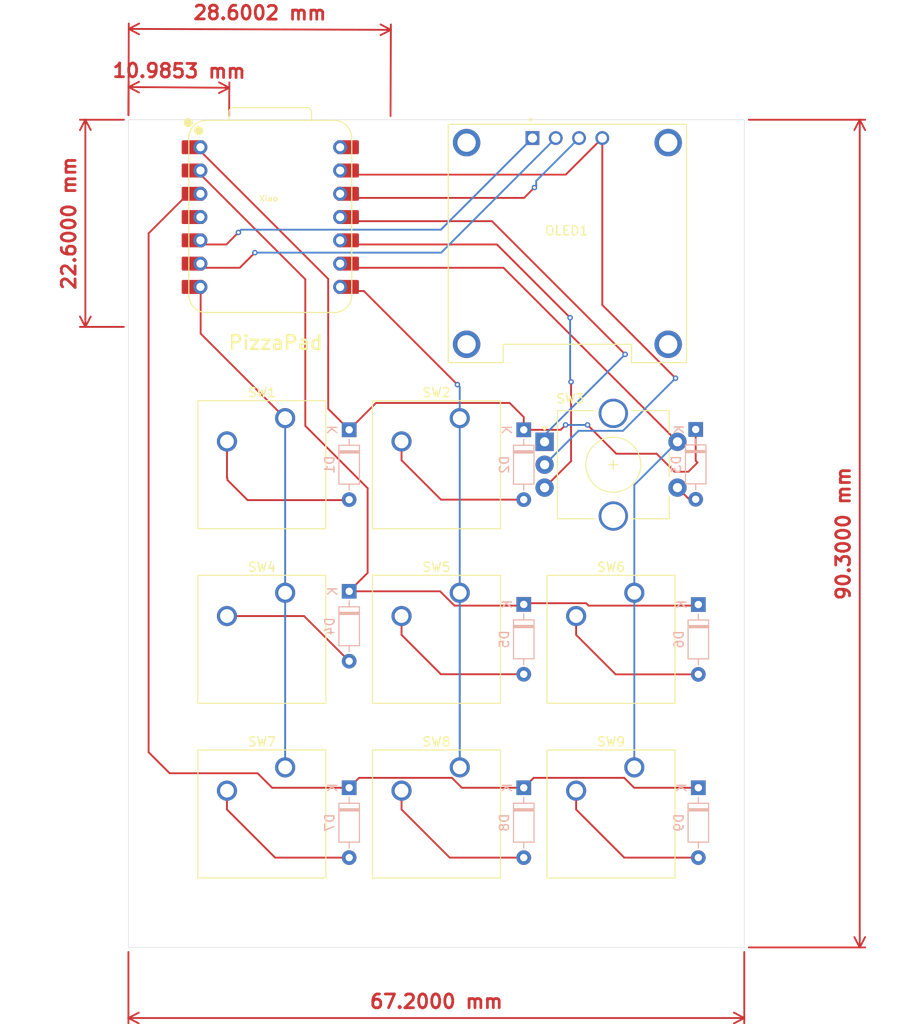
<source format=kicad_pcb>
(kicad_pcb (version 20240108) (generator "pcbnew") (generator_version "8.0")
  (layers (0 "F.Cu" signal) (31 "B.Cu" signal) (34 "B.Paste" user) (35 "F.Paste" user) (36 "B.SilkS" user "B.Silkscreen") (37 "F.SilkS" user "F.Silkscreen") (38 "B.Mask" user) (39 "F.Mask" user) (44 "Edge.Cuts" user))
  (net 0 "")
  (net 1 "Net-(D1-A)")
  (net 2 "GND")
  (net 3 "Row 0")
  (net 4 "GPIO4")
  (net 5 "GPIO3")
  (net 7 "Net-(D2-A)")
  (net 8 "Net-(D3-A)")
  (net 9 "Row 1")
  (net 10 "Net-(D4-A)")
  (net 11 "Net-(D5-A)")
  (net 12 "Net-(D6-A)")
  (net 13 "Row 2")
  (net 14 "Net-(D7-A)")
  (net 15 "Net-(D8-A)")
  (net 16 "Net-(D9-A)")
  (net 17 "SDA")
  (net 18 "SCL")
  (net 19 "+3.3V")
  (net 20 "Column 0")
  (net 21 "Column 1")
  (net 22 "Column 2")
  (footprint "Rotary_Encoder:RotaryEncoder_Alps_EC11E-Switch_Vertical_H20mm_CircularMountingHoles" (layer "F.Cu") (at 111.8125 68.9375)
    (property "Reference" "SW3" (at 2.8 -4.7 0) (layer "F.SilkS"))
    (property "Value" "RotaryEncoder_Switch")
    (fp_line (start -0.3 -1.6) (end 0.3 -1.6) (stroke (width 0.12)) (layer "F.SilkS"))
    (fp_line (start 0 -1.3) (end -0.3 -1.6) (stroke (width 0.12)) (layer "F.SilkS"))
    (fp_line (start 0.3 -1.6) (end 0 -1.3) (stroke (width 0.12)) (layer "F.SilkS"))
    (fp_line (start 1.4 -3.4) (end 1.4 8.4) (stroke (width 0.12)) (layer "F.SilkS"))
    (fp_line (start 5.5 -3.4) (end 1.4 -3.4) (stroke (width 0.12)) (layer "F.SilkS"))
    (fp_line (start 5.5 8.4) (end 1.4 8.4) (stroke (width 0.12)) (layer "F.SilkS"))
    (fp_line (start 7 2.5) (end 8 2.5) (stroke (width 0.12)) (layer "F.SilkS"))
    (fp_line (start 7.5 2) (end 7.5 3) (stroke (width 0.12)) (layer "F.SilkS"))
    (fp_line (start 9.5 -3.4) (end 13.6 -3.4) (stroke (width 0.12)) (layer "F.SilkS"))
    (fp_line (start 13.6 -3.4) (end 13.6 -1) (stroke (width 0.12)) (layer "F.SilkS"))
    (fp_line (start 13.6 1.2) (end 13.6 3.8) (stroke (width 0.12)) (layer "F.SilkS"))
    (fp_line (start 13.6 6) (end 13.6 8.4) (stroke (width 0.12)) (layer "F.SilkS"))
    (fp_line (start 13.6 8.4) (end 9.5 8.4) (stroke (width 0.12)) (layer "F.SilkS"))
    (fp_circle (center 7.5 2.5) (end 10.5 2.5) (stroke (width 0.12)) (fill none) (layer "F.SilkS"))
    (pad "A" thru_hole rect (at 0 0) (size 2 2) (drill 1) (layers "*.Cu" "*.Mask") (net 5 "GPIO3"))
    (pad "B" thru_hole circle (at 0 5) (size 2 2) (drill 1) (layers "*.Cu" "*.Mask") (net 4 "GPIO4"))
    (pad "C" thru_hole circle (at 0 2.5) (size 2 2) (drill 1) (layers "*.Cu" "*.Mask") (net 2 "GND"))
    (pad "MP" thru_hole circle (at 7.5 -3.1) (size 3.2 3.2) (drill 2.6) (layers "*.Cu" "*.Mask"))
    (pad "MP" thru_hole circle (at 7.5 8.1) (size 3.2 3.2) (drill 2.6) (layers "*.Cu" "*.Mask"))
    (pad "S1" thru_hole circle (at 14.5 5) (size 2 2) (drill 1) (layers "*.Cu" "*.Mask") (net 8 "Net-(D3-A)"))
    (pad "S2" thru_hole circle (at 14.5 0) (size 2 2) (drill 1) (layers "*.Cu" "*.Mask") (net 22 "Column 2"))
  )
  (footprint "Button_Switch_Keyboard:SW_Cherry_MX_1.00u_PCB" (layer "F.Cu") (at 121.6025 104.4575)
    (property "Reference" "SW9" (at -2.54 -2.794 0) (layer "F.SilkS"))
    (property "Value" "SW_Push")
    (fp_line (start -9.525 -1.905) (end 4.445 -1.905) (stroke (width 0.12)) (layer "F.SilkS"))
    (fp_line (start -9.525 12.065) (end -9.525 -1.905) (stroke (width 0.12)) (layer "F.SilkS"))
    (fp_line (start 4.445 -1.905) (end 4.445 12.065) (stroke (width 0.12)) (layer "F.SilkS"))
    (fp_line (start 4.445 12.065) (end -9.525 12.065) (stroke (width 0.12)) (layer "F.SilkS"))
    (pad "" np_thru_hole circle (at -7.62 5.08) (size 1.7 1.7) (drill 1.7) (layers "*.Cu" "*.Mask"))
    (pad "" np_thru_hole circle (at -2.54 5.08) (size 4 4) (drill 4) (layers "*.Cu" "*.Mask"))
    (pad "" np_thru_hole circle (at 2.54 5.08) (size 1.7 1.7) (drill 1.7) (layers "*.Cu" "*.Mask"))
    (pad "1" thru_hole circle (at 0 0) (size 2.2 2.2) (drill 1.5) (layers "*.Cu" "*.Mask") (net 22 "Column 2"))
    (pad "2" thru_hole circle (at -6.35 2.54) (size 2.2 2.2) (drill 1.5) (layers "*.Cu" "*.Mask") (net 16 "Net-(D9-A)"))
  )
  (footprint "Button_Switch_Keyboard:SW_Cherry_MX_1.00u_PCB" (layer "F.Cu") (at 83.5025 66.3575)
    (property "Reference" "SW1" (at -2.54 -2.794 0) (layer "F.SilkS"))
    (property "Value" "SW_Push")
    (fp_line (start -9.525 -1.905) (end 4.445 -1.905) (stroke (width 0.12)) (layer "F.SilkS"))
    (fp_line (start -9.525 12.065) (end -9.525 -1.905) (stroke (width 0.12)) (layer "F.SilkS"))
    (fp_line (start 4.445 -1.905) (end 4.445 12.065) (stroke (width 0.12)) (layer "F.SilkS"))
    (fp_line (start 4.445 12.065) (end -9.525 12.065) (stroke (width 0.12)) (layer "F.SilkS"))
    (pad "" np_thru_hole circle (at -7.62 5.08) (size 1.7 1.7) (drill 1.7) (layers "*.Cu" "*.Mask"))
    (pad "" np_thru_hole circle (at -2.54 5.08) (size 4 4) (drill 4) (layers "*.Cu" "*.Mask"))
    (pad "" np_thru_hole circle (at 2.54 5.08) (size 1.7 1.7) (drill 1.7) (layers "*.Cu" "*.Mask"))
    (pad "1" thru_hole circle (at 0 0) (size 2.2 2.2) (drill 1.5) (layers "*.Cu" "*.Mask") (net 20 "Column 0"))
    (pad "2" thru_hole circle (at -6.35 2.54) (size 2.2 2.2) (drill 1.5) (layers "*.Cu" "*.Mask") (net 1 "Net-(D1-A)"))
  )
  (footprint "OLED:MODULE_DM-OLED096-636" (layer "F.Cu") (at 114.3 47.3)
    (property "Reference" "OLED1" (at -0.1 -1.4 0) (layer "F.SilkS"))
    (property "Value" "Conn_01x04_Pin")
    (fp_line (start -13 -13) (end 13 -13) (stroke (width 0.127)) (layer "F.SilkS"))
    (fp_line (start -13 13) (end -13 -13) (stroke (width 0.127)) (layer "F.SilkS"))
    (fp_line (start -7 11) (end -7 13) (stroke (width 0.127)) (layer "F.SilkS"))
    (fp_line (start -7 13) (end -13 13) (stroke (width 0.127)) (layer "F.SilkS"))
    (fp_line (start 7 11) (end -7 11) (stroke (width 0.127)) (layer "F.SilkS"))
    (fp_line (start 7 13) (end 7 11) (stroke (width 0.127)) (layer "F.SilkS"))
    (fp_line (start 13 -13) (end 13 13) (stroke (width 0.127)) (layer "F.SilkS"))
    (fp_line (start 13 13) (end 7 13) (stroke (width 0.127)) (layer "F.SilkS"))
    (fp_circle (center -4 -13.5) (end -3.9 -13.5) (stroke (width 0.2)) (fill none) (layer "F.SilkS"))
    (pad "1" thru_hole rect (at -3.81 -11.5) (size 1.508 1.508) (drill 1) (layers "*.Cu" "*.Mask") (net 17 "SDA"))
    (pad "2" thru_hole circle (at -1.27 -11.5) (size 1.508 1.508) (drill 1) (layers "*.Cu" "*.Mask") (net 18 "SCL"))
    (pad "3" thru_hole circle (at 1.27 -11.5) (size 1.508 1.508) (drill 1) (layers "*.Cu" "*.Mask") (net 19 "+3.3V"))
    (pad "4" thru_hole circle (at 3.81 -11.5) (size 1.508 1.508) (drill 1) (layers "*.Cu" "*.Mask") (net 2 "GND"))
    (pad "S1" thru_hole circle (at -11 -11) (size 3 3) (drill 2) (layers "*.Cu" "*.Mask"))
    (pad "S2" thru_hole circle (at 11 -11) (size 3 3) (drill 2) (layers "*.Cu" "*.Mask"))
    (pad "S3" thru_hole circle (at 11 11) (size 3 3) (drill 2) (layers "*.Cu" "*.Mask"))
    (pad "S4" thru_hole circle (at -11 11) (size 3 3) (drill 2) (layers "*.Cu" "*.Mask"))
  )
  (footprint "Button_Switch_Keyboard:SW_Cherry_MX_1.00u_PCB" (layer "F.Cu") (at 83.5025 104.4575)
    (property "Reference" "SW7" (at -2.54 -2.794 0) (layer "F.SilkS"))
    (property "Value" "SW_Push")
    (fp_line (start -9.525 -1.905) (end 4.445 -1.905) (stroke (width 0.12)) (layer "F.SilkS"))
    (fp_line (start -9.525 12.065) (end -9.525 -1.905) (stroke (width 0.12)) (layer "F.SilkS"))
    (fp_line (start 4.445 -1.905) (end 4.445 12.065) (stroke (width 0.12)) (layer "F.SilkS"))
    (fp_line (start 4.445 12.065) (end -9.525 12.065) (stroke (width 0.12)) (layer "F.SilkS"))
    (pad "" np_thru_hole circle (at -7.62 5.08) (size 1.7 1.7) (drill 1.7) (layers "*.Cu" "*.Mask"))
    (pad "" np_thru_hole circle (at -2.54 5.08) (size 4 4) (drill 4) (layers "*.Cu" "*.Mask"))
    (pad "" np_thru_hole circle (at 2.54 5.08) (size 1.7 1.7) (drill 1.7) (layers "*.Cu" "*.Mask"))
    (pad "1" thru_hole circle (at 0 0) (size 2.2 2.2) (drill 1.5) (layers "*.Cu" "*.Mask") (net 20 "Column 0"))
    (pad "2" thru_hole circle (at -6.35 2.54) (size 2.2 2.2) (drill 1.5) (layers "*.Cu" "*.Mask") (net 14 "Net-(D7-A)"))
  )
  (footprint "OPL:XIAO-RP2040-DIP" (layer "F.Cu") (at 81.88 44.42)
    (property "Reference" "Xiao" (at -0.18 -2.02 0) (layer "F.SilkS") (effects (font (size 0.635 0.635) (thickness 0.1016))))
    (property "Value" "XIAO-RP2040-DIP")
    (fp_line (start -8.89 8.509) (end -8.89 -8.636) (stroke (width 0.127)) (layer "F.SilkS"))
    (fp_line (start -6.985 10.414) (end 6.985 10.414) (stroke (width 0.127)) (layer "F.SilkS"))
    (fp_line (start -4.495 -10.541) (end -4.491272 -11.451272) (stroke (width 0.127)) (layer "F.SilkS"))
    (fp_line (start -3.991272 -11.951) (end 4.004 -11.951) (stroke (width 0.127)) (layer "F.SilkS"))
    (fp_line (start 4.504 -11.451) (end 4.504 -10.541) (stroke (width 0.127)) (layer "F.SilkS"))
    (fp_line (start 6.985 -10.541) (end -6.985 -10.541) (stroke (width 0.1)) (layer "F.SilkS"))
    (fp_line (start 6.985 -10.541) (end -6.985 -10.541) (stroke (width 0.127)) (layer "F.SilkS"))
    (fp_line (start 8.89 8.509) (end 8.89 -8.636) (stroke (width 0.127)) (layer "F.SilkS"))
    (fp_arc (start -8.89 -8.636) (mid -8.332038 -9.983038) (end -6.985 -10.541) (stroke (width 0.127)) (layer "F.SilkS"))
    (fp_arc (start -6.985 10.414) (mid -8.332038 9.856038) (end -8.89 8.509) (stroke (width 0.127)) (layer "F.SilkS"))
    (fp_arc (start -4.491272 -11.451272) (mid -4.344724 -11.804644) (end -3.991272 -11.951) (stroke (width 0.127)) (layer "F.SilkS"))
    (fp_arc (start 4.004 -11.951) (mid 4.357553 -11.804553) (end 4.504 -11.451) (stroke (width 0.127)) (layer "F.SilkS"))
    (fp_arc (start 6.985 -10.541) (mid 8.332038 -9.983038) (end 8.89 -8.636) (stroke (width 0.127)) (layer "F.SilkS"))
    (fp_arc (start 8.89 8.509) (mid 8.332038 9.856038) (end 6.985 10.414) (stroke (width 0.127)) (layer "F.SilkS"))
    (fp_circle (center -8.95 -10.3) (end -8.95 -10.554) (stroke (width 0.5)) (fill solid) (layer "F.SilkS"))
    (fp_circle (center -7.807 -9.42) (end -7.807 -9.674) (stroke (width 0.5)) (fill solid) (layer "F.SilkS"))
    (pad "1" smd roundrect (at -8.455 -7.62 180) (size 2.432 1.524) (layers "F.Cu" "F.Mask") (roundrect_rratio 0.1) (net 3 "Row 0"))
    (pad "1" thru_hole circle (at -7.62 -7.62 180) (size 1.524 1.524) (drill 0.889) (layers "*.Cu" "*.Mask") (net 3 "Row 0"))
    (pad "2" smd roundrect (at -8.455 -5.08 180) (size 2.432 1.524) (layers "F.Cu" "F.Mask") (roundrect_rratio 0.1) (net 9 "Row 1"))
    (pad "2" thru_hole circle (at -7.62 -5.08 180) (size 1.524 1.524) (drill 0.889) (layers "*.Cu" "*.Mask") (net 9 "Row 1"))
    (pad "3" smd roundrect (at -8.455 -2.54 180) (size 2.432 1.524) (layers "F.Cu" "F.Mask") (roundrect_rratio 0.1) (net 13 "Row 2"))
    (pad "3" thru_hole circle (at -7.62 -2.54 180) (size 1.524 1.524) (drill 0.889) (layers "*.Cu" "*.Mask") (net 13 "Row 2"))
    (pad "4" smd roundrect (at -8.455 0 180) (size 2.432 1.524) (layers "F.Cu" "F.Mask") (roundrect_rratio 0.1))
    (pad "4" thru_hole circle (at -7.62 0 180) (size 1.524 1.524) (drill 0.889) (layers "*.Cu" "*.Mask"))
    (pad "5" smd roundrect (at -8.455 2.54 180) (size 2.432 1.524) (layers "F.Cu" "F.Mask") (roundrect_rratio 0.1) (net 17 "SDA"))
    (pad "5" thru_hole circle (at -7.62 2.54 180) (size 1.524 1.524) (drill 0.889) (layers "*.Cu" "*.Mask") (net 17 "SDA"))
    (pad "6" smd roundrect (at -8.455 5.08 180) (size 2.432 1.524) (layers "F.Cu" "F.Mask") (roundrect_rratio 0.1) (net 18 "SCL"))
    (pad "6" thru_hole circle (at -7.62 5.08 180) (size 1.524 1.524) (drill 0.889) (layers "*.Cu" "*.Mask") (net 18 "SCL"))
    (pad "7" smd roundrect (at -8.455 7.62 180) (size 2.432 1.524) (layers "F.Cu" "F.Mask") (roundrect_rratio 0.1) (net 20 "Column 0"))
    (pad "7" thru_hole circle (at -7.62 7.62 180) (size 1.524 1.524) (drill 0.889) (layers "*.Cu" "*.Mask") (net 20 "Column 0"))
    (pad "8" thru_hole circle (at 7.62 7.62) (size 1.524 1.524) (drill 0.889) (layers "*.Cu" "*.Mask") (net 21 "Column 1"))
    (pad "8" smd roundrect (at 8.455 7.62) (size 2.432 1.524) (layers "F.Cu" "F.Mask") (roundrect_rratio 0.1) (net 21 "Column 1"))
    (pad "9" thru_hole circle (at 7.62 5.08) (size 1.524 1.524) (drill 0.889) (layers "*.Cu" "*.Mask") (net 22 "Column 2"))
    (pad "9" smd roundrect (at 8.455 5.08) (size 2.432 1.524) (layers "F.Cu" "F.Mask") (roundrect_rratio 0.1) (net 22 "Column 2"))
    (pad "10" thru_hole circle (at 7.62 2.54) (size 1.524 1.524) (drill 0.889) (layers "*.Cu" "*.Mask") (net 4 "GPIO4"))
    (pad "10" smd roundrect (at 8.455 2.54) (size 2.432 1.524) (layers "F.Cu" "F.Mask") (roundrect_rratio 0.1) (net 4 "GPIO4"))
    (pad "11" thru_hole circle (at 7.62 0) (size 1.524 1.524) (drill 0.889) (layers "*.Cu" "*.Mask") (net 5 "GPIO3"))
    (pad "11" smd roundrect (at 8.455 0) (size 2.432 1.524) (layers "F.Cu" "F.Mask") (roundrect_rratio 0.1) (net 5 "GPIO3"))
    (pad "12" thru_hole circle (at 7.62 -2.54) (size 1.524 1.524) (drill 0.889) (layers "*.Cu" "*.Mask") (net 19 "+3.3V"))
    (pad "12" smd roundrect (at 8.455 -2.54) (size 2.432 1.524) (layers "F.Cu" "F.Mask") (roundrect_rratio 0.1) (net 19 "+3.3V"))
    (pad "13" thru_hole circle (at 7.62 -5.08) (size 1.524 1.524) (drill 0.889) (layers "*.Cu" "*.Mask") (net 2 "GND"))
    (pad "13" smd roundrect (at 8.455 -5.08) (size 2.432 1.524) (layers "F.Cu" "F.Mask") (roundrect_rratio 0.1) (net 2 "GND"))
    (pad "14" thru_hole circle (at 7.62 -7.62) (size 1.524 1.524) (drill 0.889) (layers "*.Cu" "*.Mask"))
    (pad "14" smd roundrect (at 8.455 -7.62) (size 2.432 1.524) (layers "F.Cu" "F.Mask") (roundrect_rratio 0.1))
  )
  (footprint "Button_Switch_Keyboard:SW_Cherry_MX_1.00u_PCB" (layer "F.Cu") (at 83.5025 85.4075)
    (property "Reference" "SW4" (at -2.54 -2.794 0) (layer "F.SilkS"))
    (property "Value" "SW_Push")
    (fp_line (start -9.525 -1.905) (end 4.445 -1.905) (stroke (width 0.12)) (layer "F.SilkS"))
    (fp_line (start -9.525 12.065) (end -9.525 -1.905) (stroke (width 0.12)) (layer "F.SilkS"))
    (fp_line (start 4.445 -1.905) (end 4.445 12.065) (stroke (width 0.12)) (layer "F.SilkS"))
    (fp_line (start 4.445 12.065) (end -9.525 12.065) (stroke (width 0.12)) (layer "F.SilkS"))
    (pad "" np_thru_hole circle (at -7.62 5.08) (size 1.7 1.7) (drill 1.7) (layers "*.Cu" "*.Mask"))
    (pad "" np_thru_hole circle (at -2.54 5.08) (size 4 4) (drill 4) (layers "*.Cu" "*.Mask"))
    (pad "" np_thru_hole circle (at 2.54 5.08) (size 1.7 1.7) (drill 1.7) (layers "*.Cu" "*.Mask"))
    (pad "1" thru_hole circle (at 0 0) (size 2.2 2.2) (drill 1.5) (layers "*.Cu" "*.Mask") (net 20 "Column 0"))
    (pad "2" thru_hole circle (at -6.35 2.54) (size 2.2 2.2) (drill 1.5) (layers "*.Cu" "*.Mask") (net 10 "Net-(D4-A)"))
  )
  (footprint "Button_Switch_Keyboard:SW_Cherry_MX_1.00u_PCB" (layer "F.Cu") (at 121.6025 85.4075)
    (property "Reference" "SW6" (at -2.54 -2.794 0) (layer "F.SilkS"))
    (property "Value" "SW_Push")
    (fp_line (start -9.525 -1.905) (end 4.445 -1.905) (stroke (width 0.12)) (layer "F.SilkS"))
    (fp_line (start -9.525 12.065) (end -9.525 -1.905) (stroke (width 0.12)) (layer "F.SilkS"))
    (fp_line (start 4.445 -1.905) (end 4.445 12.065) (stroke (width 0.12)) (layer "F.SilkS"))
    (fp_line (start 4.445 12.065) (end -9.525 12.065) (stroke (width 0.12)) (layer "F.SilkS"))
    (pad "" np_thru_hole circle (at -7.62 5.08) (size 1.7 1.7) (drill 1.7) (layers "*.Cu" "*.Mask"))
    (pad "" np_thru_hole circle (at -2.54 5.08) (size 4 4) (drill 4) (layers "*.Cu" "*.Mask"))
    (pad "" np_thru_hole circle (at 2.54 5.08) (size 1.7 1.7) (drill 1.7) (layers "*.Cu" "*.Mask"))
    (pad "1" thru_hole circle (at 0 0) (size 2.2 2.2) (drill 1.5) (layers "*.Cu" "*.Mask") (net 22 "Column 2"))
    (pad "2" thru_hole circle (at -6.35 2.54) (size 2.2 2.2) (drill 1.5) (layers "*.Cu" "*.Mask") (net 12 "Net-(D6-A)"))
  )
  (footprint "Button_Switch_Keyboard:SW_Cherry_MX_1.00u_PCB" (layer "F.Cu") (at 102.5525 66.3575)
    (property "Reference" "SW2" (at -2.54 -2.794 0) (layer "F.SilkS"))
    (property "Value" "SW_Push")
    (fp_line (start -9.525 -1.905) (end 4.445 -1.905) (stroke (width 0.12)) (layer "F.SilkS"))
    (fp_line (start -9.525 12.065) (end -9.525 -1.905) (stroke (width 0.12)) (layer "F.SilkS"))
    (fp_line (start 4.445 -1.905) (end 4.445 12.065) (stroke (width 0.12)) (layer "F.SilkS"))
    (fp_line (start 4.445 12.065) (end -9.525 12.065) (stroke (width 0.12)) (layer "F.SilkS"))
    (pad "" np_thru_hole circle (at -7.62 5.08) (size 1.7 1.7) (drill 1.7) (layers "*.Cu" "*.Mask"))
    (pad "" np_thru_hole circle (at -2.54 5.08) (size 4 4) (drill 4) (layers "*.Cu" "*.Mask"))
    (pad "" np_thru_hole circle (at 2.54 5.08) (size 1.7 1.7) (drill 1.7) (layers "*.Cu" "*.Mask"))
    (pad "1" thru_hole circle (at 0 0) (size 2.2 2.2) (drill 1.5) (layers "*.Cu" "*.Mask") (net 21 "Column 1"))
    (pad "2" thru_hole circle (at -6.35 2.54) (size 2.2 2.2) (drill 1.5) (layers "*.Cu" "*.Mask") (net 7 "Net-(D2-A)"))
  )
  (footprint "Button_Switch_Keyboard:SW_Cherry_MX_1.00u_PCB" (layer "F.Cu") (at 102.5525 85.4075)
    (property "Reference" "SW5" (at -2.54 -2.794 0) (layer "F.SilkS"))
    (property "Value" "SW_Push")
    (fp_line (start -9.525 -1.905) (end 4.445 -1.905) (stroke (width 0.12)) (layer "F.SilkS"))
    (fp_line (start -9.525 12.065) (end -9.525 -1.905) (stroke (width 0.12)) (layer "F.SilkS"))
    (fp_line (start 4.445 -1.905) (end 4.445 12.065) (stroke (width 0.12)) (layer "F.SilkS"))
    (fp_line (start 4.445 12.065) (end -9.525 12.065) (stroke (width 0.12)) (layer "F.SilkS"))
    (pad "" np_thru_hole circle (at -7.62 5.08) (size 1.7 1.7) (drill 1.7) (layers "*.Cu" "*.Mask"))
    (pad "" np_thru_hole circle (at -2.54 5.08) (size 4 4) (drill 4) (layers "*.Cu" "*.Mask"))
    (pad "" np_thru_hole circle (at 2.54 5.08) (size 1.7 1.7) (drill 1.7) (layers "*.Cu" "*.Mask"))
    (pad "1" thru_hole circle (at 0 0) (size 2.2 2.2) (drill 1.5) (layers "*.Cu" "*.Mask") (net 21 "Column 1"))
    (pad "2" thru_hole circle (at -6.35 2.54) (size 2.2 2.2) (drill 1.5) (layers "*.Cu" "*.Mask") (net 11 "Net-(D5-A)"))
  )
  (footprint "Button_Switch_Keyboard:SW_Cherry_MX_1.00u_PCB" (layer "F.Cu") (at 102.5525 104.4575)
    (property "Reference" "SW8" (at -2.54 -2.794 0) (layer "F.SilkS"))
    (property "Value" "SW_Push")
    (fp_line (start -9.525 -1.905) (end 4.445 -1.905) (stroke (width 0.12)) (layer "F.SilkS"))
    (fp_line (start -9.525 12.065) (end -9.525 -1.905) (stroke (width 0.12)) (layer "F.SilkS"))
    (fp_line (start 4.445 -1.905) (end 4.445 12.065) (stroke (width 0.12)) (layer "F.SilkS"))
    (fp_line (start 4.445 12.065) (end -9.525 12.065) (stroke (width 0.12)) (layer "F.SilkS"))
    (pad "" np_thru_hole circle (at -7.62 5.08) (size 1.7 1.7) (drill 1.7) (layers "*.Cu" "*.Mask"))
    (pad "" np_thru_hole circle (at -2.54 5.08) (size 4 4) (drill 4) (layers "*.Cu" "*.Mask"))
    (pad "" np_thru_hole circle (at 2.54 5.08) (size 1.7 1.7) (drill 1.7) (layers "*.Cu" "*.Mask"))
    (pad "1" thru_hole circle (at 0 0) (size 2.2 2.2) (drill 1.5) (layers "*.Cu" "*.Mask") (net 21 "Column 1"))
    (pad "2" thru_hole circle (at -6.35 2.54) (size 2.2 2.2) (drill 1.5) (layers "*.Cu" "*.Mask") (net 15 "Net-(D8-A)"))
  )
  (footprint "Diode_THT:D_DO-35_SOD27_P7.62mm_Horizontal" (layer "B.Cu") (at 109.5375 86.6775 -90)
    (property "Reference" "D5" (at 3.81 2.12 90) (layer "B.SilkS") (effects (justify mirror)))
    (property "Value" "D")
    (fp_line (start 1.69 1.12) (end 5.93 1.12) (stroke (width 0.12)) (layer "B.SilkS"))
    (fp_line (start 5.93 1.12) (end 5.93 -1.12) (stroke (width 0.12)) (layer "B.SilkS"))
    (fp_line (start 1.69 0) (end 1.04 0) (stroke (width 0.12)) (layer "B.SilkS"))
    (fp_line (start 5.93 0) (end 6.58 0) (stroke (width 0.12)) (layer "B.SilkS"))
    (fp_line (start 1.69 -1.12) (end 1.69 1.12) (stroke (width 0.12)) (layer "B.SilkS"))
    (fp_line (start 2.29 -1.12) (end 2.29 1.12) (stroke (width 0.12)) (layer "B.SilkS"))
    (fp_line (start 2.41 -1.12) (end 2.41 1.12) (stroke (width 0.12)) (layer "B.SilkS"))
    (fp_line (start 2.53 -1.12) (end 2.53 1.12) (stroke (width 0.12)) (layer "B.SilkS"))
    (fp_line (start 5.93 -1.12) (end 1.69 -1.12) (stroke (width 0.12)) (layer "B.SilkS"))
    (fp_text user "K" (at 0 1.8 90) (layer "B.SilkS") (effects (justify mirror)))
    (pad "1" thru_hole rect (at 0 0 270) (size 1.6 1.6) (drill 0.8) (layers "*.Cu" "*.Mask") (net 9 "Row 1"))
    (pad "2" thru_hole oval (at 7.62 0 270) (size 1.6 1.6) (drill 0.8) (layers "*.Cu" "*.Mask") (net 11 "Net-(D5-A)"))
  )
  (footprint "Diode_THT:D_DO-35_SOD27_P7.62mm_Horizontal" (layer "B.Cu") (at 90.4875 85.24875 -90)
    (property "Reference" "D4" (at 3.81 2.12 90) (layer "B.SilkS") (effects (justify mirror)))
    (property "Value" "D")
    (fp_line (start 1.69 1.12) (end 5.93 1.12) (stroke (width 0.12)) (layer "B.SilkS"))
    (fp_line (start 5.93 1.12) (end 5.93 -1.12) (stroke (width 0.12)) (layer "B.SilkS"))
    (fp_line (start 1.69 0) (end 1.04 0) (stroke (width 0.12)) (layer "B.SilkS"))
    (fp_line (start 5.93 0) (end 6.58 0) (stroke (width 0.12)) (layer "B.SilkS"))
    (fp_line (start 1.69 -1.12) (end 1.69 1.12) (stroke (width 0.12)) (layer "B.SilkS"))
    (fp_line (start 2.29 -1.12) (end 2.29 1.12) (stroke (width 0.12)) (layer "B.SilkS"))
    (fp_line (start 2.41 -1.12) (end 2.41 1.12) (stroke (width 0.12)) (layer "B.SilkS"))
    (fp_line (start 2.53 -1.12) (end 2.53 1.12) (stroke (width 0.12)) (layer "B.SilkS"))
    (fp_line (start 5.93 -1.12) (end 1.69 -1.12) (stroke (width 0.12)) (layer "B.SilkS"))
    (fp_text user "K" (at 0 1.8 90) (layer "B.SilkS") (effects (justify mirror)))
    (pad "1" thru_hole rect (at 0 0 270) (size 1.6 1.6) (drill 0.8) (layers "*.Cu" "*.Mask") (net 9 "Row 1"))
    (pad "2" thru_hole oval (at 7.62 0 270) (size 1.6 1.6) (drill 0.8) (layers "*.Cu" "*.Mask") (net 10 "Net-(D4-A)"))
  )
  (footprint "Diode_THT:D_DO-35_SOD27_P7.62mm_Horizontal" (layer "B.Cu") (at 128.5875 106.68 -90)
    (property "Reference" "D9" (at 3.81 2.12 90) (layer "B.SilkS") (effects (justify mirror)))
    (property "Value" "D")
    (fp_line (start 1.69 1.12) (end 5.93 1.12) (stroke (width 0.12)) (layer "B.SilkS"))
    (fp_line (start 5.93 1.12) (end 5.93 -1.12) (stroke (width 0.12)) (layer "B.SilkS"))
    (fp_line (start 1.69 0) (end 1.04 0) (stroke (width 0.12)) (layer "B.SilkS"))
    (fp_line (start 5.93 0) (end 6.58 0) (stroke (width 0.12)) (layer "B.SilkS"))
    (fp_line (start 1.69 -1.12) (end 1.69 1.12) (stroke (width 0.12)) (layer "B.SilkS"))
    (fp_line (start 2.29 -1.12) (end 2.29 1.12) (stroke (width 0.12)) (layer "B.SilkS"))
    (fp_line (start 2.41 -1.12) (end 2.41 1.12) (stroke (width 0.12)) (layer "B.SilkS"))
    (fp_line (start 2.53 -1.12) (end 2.53 1.12) (stroke (width 0.12)) (layer "B.SilkS"))
    (fp_line (start 5.93 -1.12) (end 1.69 -1.12) (stroke (width 0.12)) (layer "B.SilkS"))
    (fp_text user "K" (at 0 1.8 90) (layer "B.SilkS") (effects (justify mirror)))
    (pad "1" thru_hole rect (at 0 0 270) (size 1.6 1.6) (drill 0.8) (layers "*.Cu" "*.Mask") (net 13 "Row 2"))
    (pad "2" thru_hole oval (at 7.62 0 270) (size 1.6 1.6) (drill 0.8) (layers "*.Cu" "*.Mask") (net 16 "Net-(D9-A)"))
  )
  (footprint "Diode_THT:D_DO-35_SOD27_P7.62mm_Horizontal" (layer "B.Cu") (at 90.4875 106.68 -90)
    (property "Reference" "D7" (at 3.81 2.12 90) (layer "B.SilkS") (effects (justify mirror)))
    (property "Value" "D")
    (fp_line (start 1.69 1.12) (end 5.93 1.12) (stroke (width 0.12)) (layer "B.SilkS"))
    (fp_line (start 5.93 1.12) (end 5.93 -1.12) (stroke (width 0.12)) (layer "B.SilkS"))
    (fp_line (start 1.69 0) (end 1.04 0) (stroke (width 0.12)) (layer "B.SilkS"))
    (fp_line (start 5.93 0) (end 6.58 0) (stroke (width 0.12)) (layer "B.SilkS"))
    (fp_line (start 1.69 -1.12) (end 1.69 1.12) (stroke (width 0.12)) (layer "B.SilkS"))
    (fp_line (start 2.29 -1.12) (end 2.29 1.12) (stroke (width 0.12)) (layer "B.SilkS"))
    (fp_line (start 2.41 -1.12) (end 2.41 1.12) (stroke (width 0.12)) (layer "B.SilkS"))
    (fp_line (start 2.53 -1.12) (end 2.53 1.12) (stroke (width 0.12)) (layer "B.SilkS"))
    (fp_line (start 5.93 -1.12) (end 1.69 -1.12) (stroke (width 0.12)) (layer "B.SilkS"))
    (fp_text user "K" (at 0 1.8 90) (layer "B.SilkS") (effects (justify mirror)))
    (pad "1" thru_hole rect (at 0 0 270) (size 1.6 1.6) (drill 0.8) (layers "*.Cu" "*.Mask") (net 13 "Row 2"))
    (pad "2" thru_hole oval (at 7.62 0 270) (size 1.6 1.6) (drill 0.8) (layers "*.Cu" "*.Mask") (net 14 "Net-(D7-A)"))
  )
  (footprint "Diode_THT:D_DO-35_SOD27_P7.62mm_Horizontal" (layer "B.Cu") (at 128.5875 86.69 -90)
    (property "Reference" "D6" (at 3.81 2.12 90) (layer "B.SilkS") (effects (justify mirror)))
    (property "Value" "D")
    (fp_line (start 1.69 1.12) (end 5.93 1.12) (stroke (width 0.12)) (layer "B.SilkS"))
    (fp_line (start 5.93 1.12) (end 5.93 -1.12) (stroke (width 0.12)) (layer "B.SilkS"))
    (fp_line (start 1.69 0) (end 1.04 0) (stroke (width 0.12)) (layer "B.SilkS"))
    (fp_line (start 5.93 0) (end 6.58 0) (stroke (width 0.12)) (layer "B.SilkS"))
    (fp_line (start 1.69 -1.12) (end 1.69 1.12) (stroke (width 0.12)) (layer "B.SilkS"))
    (fp_line (start 2.29 -1.12) (end 2.29 1.12) (stroke (width 0.12)) (layer "B.SilkS"))
    (fp_line (start 2.41 -1.12) (end 2.41 1.12) (stroke (width 0.12)) (layer "B.SilkS"))
    (fp_line (start 2.53 -1.12) (end 2.53 1.12) (stroke (width 0.12)) (layer "B.SilkS"))
    (fp_line (start 5.93 -1.12) (end 1.69 -1.12) (stroke (width 0.12)) (layer "B.SilkS"))
    (fp_text user "K" (at 0 1.8 90) (layer "B.SilkS") (effects (justify mirror)))
    (pad "1" thru_hole rect (at 0 0 270) (size 1.6 1.6) (drill 0.8) (layers "*.Cu" "*.Mask") (net 9 "Row 1"))
    (pad "2" thru_hole oval (at 7.62 0 270) (size 1.6 1.6) (drill 0.8) (layers "*.Cu" "*.Mask") (net 12 "Net-(D6-A)"))
  )
  (footprint "Diode_THT:D_DO-35_SOD27_P7.62mm_Horizontal" (layer "B.Cu") (at 109.5375 106.68 -90)
    (property "Reference" "D8" (at 3.81 2.12 90) (layer "B.SilkS") (effects (justify mirror)))
    (property "Value" "D")
    (fp_line (start 1.69 1.12) (end 5.93 1.12) (stroke (width 0.12)) (layer "B.SilkS"))
    (fp_line (start 5.93 1.12) (end 5.93 -1.12) (stroke (width 0.12)) (layer "B.SilkS"))
    (fp_line (start 1.69 0) (end 1.04 0) (stroke (width 0.12)) (layer "B.SilkS"))
    (fp_line (start 5.93 0) (end 6.58 0) (stroke (width 0.12)) (layer "B.SilkS"))
    (fp_line (start 1.69 -1.12) (end 1.69 1.12) (stroke (width 0.12)) (layer "B.SilkS"))
    (fp_line (start 2.29 -1.12) (end 2.29 1.12) (stroke (width 0.12)) (layer "B.SilkS"))
    (fp_line (start 2.41 -1.12) (end 2.41 1.12) (stroke (width 0.12)) (layer "B.SilkS"))
    (fp_line (start 2.53 -1.12) (end 2.53 1.12) (stroke (width 0.12)) (layer "B.SilkS"))
    (fp_line (start 5.93 -1.12) (end 1.69 -1.12) (stroke (width 0.12)) (layer "B.SilkS"))
    (fp_text user "K" (at 0 1.8 90) (layer "B.SilkS") (effects (justify mirror)))
    (pad "1" thru_hole rect (at 0 0 270) (size 1.6 1.6) (drill 0.8) (layers "*.Cu" "*.Mask") (net 13 "Row 2"))
    (pad "2" thru_hole oval (at 7.62 0 270) (size 1.6 1.6) (drill 0.8) (layers "*.Cu" "*.Mask") (net 15 "Net-(D8-A)"))
  )
  (footprint "Diode_THT:D_DO-35_SOD27_P7.62mm_Horizontal" (layer "B.Cu") (at 128.3 67.59 -90)
    (property "Reference" "D3" (at 3.81 2.12 90) (layer "B.SilkS") (effects (justify mirror)))
    (property "Value" "D")
    (fp_line (start 1.69 1.12) (end 5.93 1.12) (stroke (width 0.12)) (layer "B.SilkS"))
    (fp_line (start 5.93 1.12) (end 5.93 -1.12) (stroke (width 0.12)) (layer "B.SilkS"))
    (fp_line (start 1.69 0) (end 1.04 0) (stroke (width 0.12)) (layer "B.SilkS"))
    (fp_line (start 5.93 0) (end 6.58 0) (stroke (width 0.12)) (layer "B.SilkS"))
    (fp_line (start 1.69 -1.12) (end 1.69 1.12) (stroke (width 0.12)) (layer "B.SilkS"))
    (fp_line (start 2.29 -1.12) (end 2.29 1.12) (stroke (width 0.12)) (layer "B.SilkS"))
    (fp_line (start 2.41 -1.12) (end 2.41 1.12) (stroke (width 0.12)) (layer "B.SilkS"))
    (fp_line (start 2.53 -1.12) (end 2.53 1.12) (stroke (width 0.12)) (layer "B.SilkS"))
    (fp_line (start 5.93 -1.12) (end 1.69 -1.12) (stroke (width 0.12)) (layer "B.SilkS"))
    (fp_text user "K" (at 0 1.8 90) (layer "B.SilkS") (effects (justify mirror)))
    (pad "1" thru_hole rect (at 0 0 270) (size 1.6 1.6) (drill 0.8) (layers "*.Cu" "*.Mask") (net 3 "Row 0"))
    (pad "2" thru_hole oval (at 7.62 0 270) (size 1.6 1.6) (drill 0.8) (layers "*.Cu" "*.Mask") (net 8 "Net-(D3-A)"))
  )
  (footprint "Diode_THT:D_DO-35_SOD27_P7.62mm_Horizontal" (layer "B.Cu") (at 109.5375 67.6275 -90)
    (property "Reference" "D2" (at 3.81 2.12 90) (layer "B.SilkS") (effects (justify mirror)))
    (property "Value" "D")
    (fp_line (start 1.69 1.12) (end 5.93 1.12) (stroke (width 0.12)) (layer "B.SilkS"))
    (fp_line (start 5.93 1.12) (end 5.93 -1.12) (stroke (width 0.12)) (layer "B.SilkS"))
    (fp_line (start 1.69 0) (end 1.04 0) (stroke (width 0.12)) (layer "B.SilkS"))
    (fp_line (start 5.93 0) (end 6.58 0) (stroke (width 0.12)) (layer "B.SilkS"))
    (fp_line (start 1.69 -1.12) (end 1.69 1.12) (stroke (width 0.12)) (layer "B.SilkS"))
    (fp_line (start 2.29 -1.12) (end 2.29 1.12) (stroke (width 0.12)) (layer "B.SilkS"))
    (fp_line (start 2.41 -1.12) (end 2.41 1.12) (stroke (width 0.12)) (layer "B.SilkS"))
    (fp_line (start 2.53 -1.12) (end 2.53 1.12) (stroke (width 0.12)) (layer "B.SilkS"))
    (fp_line (start 5.93 -1.12) (end 1.69 -1.12) (stroke (width 0.12)) (layer "B.SilkS"))
    (fp_text user "K" (at 0 1.8 90) (layer "B.SilkS") (effects (justify mirror)))
    (pad "1" thru_hole rect (at 0 0 270) (size 1.6 1.6) (drill 0.8) (layers "*.Cu" "*.Mask") (net 3 "Row 0"))
    (pad "2" thru_hole oval (at 7.62 0 270) (size 1.6 1.6) (drill 0.8) (layers "*.Cu" "*.Mask") (net 7 "Net-(D2-A)"))
  )
  (footprint "Diode_THT:D_DO-35_SOD27_P7.62mm_Horizontal" (layer "B.Cu") (at 90.4875 67.6275 -90)
    (property "Reference" "D1" (at 3.81 2.12 90) (layer "B.SilkS") (effects (justify mirror)))
    (property "Value" "D")
    (fp_line (start 1.69 1.12) (end 5.93 1.12) (stroke (width 0.12)) (layer "B.SilkS"))
    (fp_line (start 5.93 1.12) (end 5.93 -1.12) (stroke (width 0.12)) (layer "B.SilkS"))
    (fp_line (start 1.69 0) (end 1.04 0) (stroke (width 0.12)) (layer "B.SilkS"))
    (fp_line (start 5.93 0) (end 6.58 0) (stroke (width 0.12)) (layer "B.SilkS"))
    (fp_line (start 1.69 -1.12) (end 1.69 1.12) (stroke (width 0.12)) (layer "B.SilkS"))
    (fp_line (start 2.29 -1.12) (end 2.29 1.12) (stroke (width 0.12)) (layer "B.SilkS"))
    (fp_line (start 2.41 -1.12) (end 2.41 1.12) (stroke (width 0.12)) (layer "B.SilkS"))
    (fp_line (start 2.53 -1.12) (end 2.53 1.12) (stroke (width 0.12)) (layer "B.SilkS"))
    (fp_line (start 5.93 -1.12) (end 1.69 -1.12) (stroke (width 0.12)) (layer "B.SilkS"))
    (fp_text user "K" (at 0 1.8 90) (layer "B.SilkS") (effects (justify mirror)))
    (pad "1" thru_hole rect (at 0 0 270) (size 1.6 1.6) (drill 0.8) (layers "*.Cu" "*.Mask") (net 3 "Row 0"))
    (pad "2" thru_hole oval (at 7.62 0 270) (size 1.6 1.6) (drill 0.8) (layers "*.Cu" "*.Mask") (net 1 "Net-(D1-A)"))
  )
  (gr_rect (start 66.4 33.8) (end 133.6 124.1) (stroke (width 0.05)) (fill none) (layer "Edge.Cuts"))
  (gr_text "PizzaPad\n" (at 77.2 59 0) (layer "F.SilkS") (effects (font (size 1.5 1.5) (thickness 0.25) (bold yes)) (justify left bottom)))
  (dimension (type aligned) (layer "F.Cu") (pts (xy 66.4 124.1) (xy 133.6 124.1)) (height 7.7) (gr_text "67.2000 mm" (at 100 130 0) (layer "F.Cu") (effects (font (size 1.5 1.5) (thickness 0.3)))) (format (prefix "") (suffix "") (units 3) (units_format 1) (precision 4)) (style (thickness 0.2) (arrow_length 1.27) (text_position_mode 0) (extension_height 0.58642) (extension_offset 0.5) keep_text_aligned))
  (dimension (type aligned) (layer "F.Cu") (pts (xy 66.4 33.8) (xy 95 33.9)) (height -9.90717) (gr_text "28.6002 mm" (at 80.740934 22.142902 359.7996659) (layer "F.Cu") (effects (font (size 1.5 1.5) (thickness 0.3)))) (format (prefix "") (suffix "") (units 3) (units_format 1) (precision 4)) (style (thickness 0.2) (arrow_length 1.27) (text_position_mode 0) (extension_height 0.58642) (extension_offset 0.5) keep_text_aligned))
  (dimension (type aligned) (layer "F.Cu") (pts (xy 66.4 33.8) (xy 77.385 33.879)) (height -3.565134) (gr_text "10.9853 mm" (at 71.931083 28.474505 359.5879573) (layer "F.Cu") (effects (font (size 1.5 1.5) (thickness 0.3)))) (format (prefix "") (suffix "") (units 3) (units_format 1) (precision 4)) (style (thickness 0.2) (arrow_length 1.27) (text_position_mode 0) (extension_height 0.58642) (extension_offset 0.5) keep_text_aligned))
  (dimension (type aligned) (layer "F.Cu") (pts (xy 133.6 33.8) (xy 133.6 124.1)) (height -12.6) (gr_text "90.3000 mm" (at 144.4 78.95 90) (layer "F.Cu") (effects (font (size 1.5 1.5) (thickness 0.3)))) (format (prefix "") (suffix "") (units 3) (units_format 1) (precision 4)) (style (thickness 0.2) (arrow_length 1.27) (text_position_mode 0) (extension_height 0.58642) (extension_offset 0.5) keep_text_aligned))
  (dimension (type aligned) (layer "F.Cu") (pts (xy 66.4 33.8) (xy 66.4 56.4)) (height 4.7) (gr_text "22.6000 mm" (at 59.9 45.1 90) (layer "F.Cu") (effects (font (size 1.5 1.5) (thickness 0.3)))) (format (prefix "") (suffix "") (units 3) (units_format 1) (precision 4)) (style (thickness 0.2) (arrow_length 1.27) (text_position_mode 0) (extension_height 0.58642) (extension_offset 0.5) keep_text_aligned))
  (segment (start 77.2 72.9) (end 77.1525 72.8525) (width 0.2) (layer "F.Cu") (net 1))
  (segment (start 90.4875 75.2475) (end 90.4875 75.2875) (width 0.2) (layer "F.Cu") (net 1))
  (segment (start 77.2 73.1) (end 77.2 72.9) (width 0.2) (layer "F.Cu") (net 1))
  (segment (start 90.4875 75.2875) (end 90.5 75.3) (width 0.2) (layer "F.Cu") (net 1))
  (segment (start 90.5 75.3) (end 79.4 75.3) (width 0.2) (layer "F.Cu") (net 1))
  (segment (start 79.4 75.3) (end 77.2 73.1) (width 0.2) (layer "F.Cu") (net 1))
  (segment (start 77.1525 72.8525) (end 77.1525 68.8975) (width 0.2) (layer "F.Cu") (net 1))
  (segment (start 114.1215 39.7885) (end 118.11 35.8) (width 0.2) (layer "F.Cu") (net 2))
  (segment (start 118.11 54.01) (end 126.1 62) (width 0.2) (layer "F.Cu") (net 2))
  (segment (start 89.52 39.7885) (end 114.1215 39.7885) (width 0.2) (layer "F.Cu") (net 2))
  (segment (start 118.11 35.8) (end 118.11 54.01) (width 0.2) (layer "F.Cu") (net 2))
  (via (at 126.1 62) (size 0.6) (drill 0.3) (layers "F.Cu" "B.Cu") (net 2))
  (segment (start 126.1 62) (end 120.3625 67.7375) (width 0.2) (layer "B.Cu") (net 2))
  (segment (start 115.5125 67.7375) (end 111.8125 71.4375) (width 0.2) (layer "B.Cu") (net 2))
  (segment (start 120.3625 67.7375) (end 115.5125 67.7375) (width 0.2) (layer "B.Cu") (net 2))
  (segment (start 108 64.7) (end 109.5375 66.2375) (width 0.2) (layer "F.Cu") (net 3))
  (segment (start 128.3 71) (end 128.3 67.59) (width 0.2) (layer "F.Cu") (net 3))
  (segment (start 116.5 67.1) (end 119.6375 70.2375) (width 0.2) (layer "F.Cu") (net 3))
  (segment (start 128.5 71.2) (end 128.3 71) (width 0.2) (layer "F.Cu") (net 3))
  (segment (start 90.4875 67.6275) (end 93.415 64.7) (width 0.2) (layer "F.Cu") (net 3))
  (segment (start 88.2 51.1685) (end 88.2 65.34) (width 0.2) (layer "F.Cu") (net 3))
  (segment (start 74.28 37.2485) (end 88.2 51.1685) (width 0.2) (layer "F.Cu") (net 3))
  (segment (start 109.5375 66.2375) (end 109.5375 67.6275) (width 0.2) (layer "F.Cu") (net 3))
  (segment (start 88.2 65.34) (end 90.4875 67.6275) (width 0.2) (layer "F.Cu") (net 3))
  (segment (start 124.0375 70.2375) (end 126 72.2) (width 0.2) (layer "F.Cu") (net 3))
  (segment (start 93.415 64.7) (end 108 64.7) (width 0.2) (layer "F.Cu") (net 3))
  (segment (start 109.5375 67.6275) (end 113.5725 67.6275) (width 0.2) (layer "F.Cu") (net 3))
  (segment (start 113.5725 67.6275) (end 114.1 67.1) (width 0.2) (layer "F.Cu") (net 3))
  (segment (start 126 72.2) (end 127.5 72.2) (width 0.2) (layer "F.Cu") (net 3))
  (segment (start 119.6375 70.2375) (end 124.0375 70.2375) (width 0.2) (layer "F.Cu") (net 3))
  (segment (start 127.5 72.2) (end 128.5 71.2) (width 0.2) (layer "F.Cu") (net 3))
  (via (at 114.1 67.1) (size 0.6) (drill 0.3) (layers "F.Cu" "B.Cu") (net 3))
  (via (at 116.5 67.1) (size 0.6) (drill 0.3) (layers "F.Cu" "B.Cu") (net 3))
  (segment (start 114.1 67.1) (end 116.5 67.1) (width 0.2) (layer "B.Cu") (net 3))
  (segment (start 114.7 71.05) (end 111.8125 73.9375) (width 0.2) (layer "F.Cu") (net 4))
  (segment (start 90.355 47.4085) (end 106.6085 47.4085) (width 0.2) (layer "F.Cu") (net 4))
  (segment (start 106.6085 47.4085) (end 114.6 55.4) (width 0.2) (layer "F.Cu") (net 4))
  (segment (start 114.7 62.4) (end 114.7 71.05) (width 0.2) (layer "F.Cu") (net 4))
  (via (at 114.6 55.4) (size 0.6) (drill 0.3) (layers "F.Cu" "B.Cu") (net 4))
  (via (at 114.7 62.4) (size 0.6) (drill 0.3) (layers "F.Cu" "B.Cu") (net 4))
  (segment (start 114.6 62.3) (end 114.7 62.4) (width 0.2) (layer "B.Cu") (net 4))
  (segment (start 114.6 55.4) (end 114.6 62.3) (width 0.2) (layer "B.Cu") (net 4))
  (segment (start 89.52 44.8685) (end 106.0685 44.8685) (width 0.2) (layer "F.Cu") (net 5))
  (segment (start 106.0685 44.8685) (end 120.6 59.4) (width 0.2) (layer "F.Cu") (net 5))
  (via (at 120.6 59.4) (size 0.6) (drill 0.3) (layers "F.Cu" "B.Cu") (net 5))
  (segment (start 111.8125 68.1875) (end 111.8125 68.9375) (width 0.2) (layer "B.Cu") (net 5))
  (segment (start 120.6 59.4) (end 111.8125 68.1875) (width 0.2) (layer "B.Cu") (net 5))
  (segment (start 109.5375 75.2475) (end 100.499098 75.2475) (width 0.2) (layer "F.Cu") (net 7))
  (segment (start 96.2025 70.950902) (end 96.2025 68.8975) (width 0.2) (layer "F.Cu") (net 7))
  (segment (start 100.499098 75.2475) (end 96.2025 70.950902) (width 0.2) (layer "F.Cu") (net 7))
  (segment (start 126.3125 73.9375) (end 127.585 75.21) (width 0.2) (layer "F.Cu") (net 8))
  (segment (start 127.585 75.21) (end 128.3 75.21) (width 0.2) (layer "F.Cu") (net 8))
  (segment (start 116.3475 86.5475) (end 109.6675 86.5475) (width 0.2) (layer "F.Cu") (net 9))
  (segment (start 116.6075 86.8075) (end 116.3475 86.5475) (width 0.2) (layer "F.Cu") (net 9))
  (segment (start 92.5 74) (end 92.5 83.23625) (width 0.2) (layer "F.Cu") (net 9))
  (segment (start 92.5 83.23625) (end 90.4875 85.24875) (width 0.2) (layer "F.Cu") (net 9))
  (segment (start 100.413851 85.24875) (end 101.972601 86.8075) (width 0.2) (layer "F.Cu") (net 9))
  (segment (start 74.28 39.7885) (end 85.7 51.2085) (width 0.2) (layer "F.Cu") (net 9))
  (segment (start 85.7 51.2085) (end 85.7 67.2) (width 0.2) (layer "F.Cu") (net 9))
  (segment (start 128.5875 86.69) (end 128.47 86.8075) (width 0.2) (layer "F.Cu") (net 9))
  (segment (start 128.47 86.8075) (end 116.6075 86.8075) (width 0.2) (layer "F.Cu") (net 9))
  (segment (start 90.4875 85.24875) (end 100.413851 85.24875) (width 0.2) (layer "F.Cu") (net 9))
  (segment (start 85.7 67.2) (end 92.5 74) (width 0.2) (layer "F.Cu") (net 9))
  (segment (start 101.972601 86.8075) (end 109.4075 86.8075) (width 0.2) (layer "F.Cu") (net 9))
  (segment (start 109.4075 86.8075) (end 109.5375 86.6775) (width 0.2) (layer "F.Cu") (net 9))
  (segment (start 109.6675 86.5475) (end 109.5375 86.6775) (width 0.2) (layer "F.Cu") (net 9))
  (segment (start 77.1525 87.9475) (end 85.56625 87.9475) (width 0.2) (layer "F.Cu") (net 10))
  (segment (start 85.56625 87.9475) (end 90.4875 92.86875) (width 0.2) (layer "F.Cu") (net 10))
  (segment (start 96.2025 88.2975) (end 96.2 88.3) (width 0.2) (layer "F.Cu") (net 11))
  (segment (start 100.499098 94.2975) (end 109.5375 94.2975) (width 0.2) (layer "F.Cu") (net 11))
  (segment (start 96.2025 87.9475) (end 96.2025 88.2975) (width 0.2) (layer "F.Cu") (net 11))
  (segment (start 96.2 89.998402) (end 100.499098 94.2975) (width 0.2) (layer "F.Cu") (net 11))
  (segment (start 96.2 88.3) (end 96.2 89.998402) (width 0.2) (layer "F.Cu") (net 11))
  (segment (start 119.561598 94.31) (end 128.5875 94.31) (width 0.2) (layer "F.Cu") (net 12))
  (segment (start 115.2525 90.000902) (end 119.561598 94.31) (width 0.2) (layer "F.Cu") (net 12))
  (segment (start 115.2525 87.9475) (end 115.2525 90.000902) (width 0.2) (layer "F.Cu") (net 12))
  (segment (start 110.62 105.5975) (end 120.4975 105.5975) (width 0.2) (layer "F.Cu") (net 13))
  (segment (start 101.6975 105.5975) (end 102.78 106.68) (width 0.2) (layer "F.Cu") (net 13))
  (segment (start 68.6 102.8) (end 70.9 105.1) (width 0.2) (layer "F.Cu") (net 13))
  (segment (start 72.92 41.88) (end 68.6 46.2) (width 0.2) (layer "F.Cu") (net 13))
  (segment (start 121.58 106.68) (end 128.5875 106.68) (width 0.2) (layer "F.Cu") (net 13))
  (segment (start 68.6 46.2) (end 68.6 102.8) (width 0.2) (layer "F.Cu") (net 13))
  (segment (start 102.78 106.68) (end 109.5375 106.68) (width 0.2) (layer "F.Cu") (net 13))
  (segment (start 109.5375 106.68) (end 110.62 105.5975) (width 0.2) (layer "F.Cu") (net 13))
  (segment (start 73.425 41.88) (end 72.92 41.88) (width 0.2) (layer "F.Cu") (net 13))
  (segment (start 74.28 42.3285) (end 73.20237 42.3285) (width 0.2) (layer "F.Cu") (net 13))
  (segment (start 70.9 105.1) (end 80.5 105.1) (width 0.2) (layer "F.Cu") (net 13))
  (segment (start 90.4875 106.68) (end 91.57 105.5975) (width 0.2) (layer "F.Cu") (net 13))
  (segment (start 82.08 106.68) (end 90.4875 106.68) (width 0.2) (layer "F.Cu") (net 13))
  (segment (start 80.5 105.1) (end 82.08 106.68) (width 0.2) (layer "F.Cu") (net 13))
  (segment (start 91.57 105.5975) (end 101.6975 105.5975) (width 0.2) (layer "F.Cu") (net 13))
  (segment (start 120.4975 105.5975) (end 121.58 106.68) (width 0.2) (layer "F.Cu") (net 13))
  (segment (start 77.1525 106.9975) (end 77.1525 109.050902) (width 0.2) (layer "F.Cu") (net 14))
  (segment (start 77.1525 109.050902) (end 82.401598 114.3) (width 0.2) (layer "F.Cu") (net 14))
  (segment (start 82.401598 114.3) (end 90.4875 114.3) (width 0.2) (layer "F.Cu") (net 14))
  (segment (start 101.451598 114.3) (end 109.5375 114.3) (width 0.2) (layer "F.Cu") (net 15))
  (segment (start 96.2025 106.9975) (end 96.2025 109.050902) (width 0.2) (layer "F.Cu") (net 15))
  (segment (start 96.2025 109.050902) (end 101.451598 114.3) (width 0.2) (layer "F.Cu") (net 15))
  (segment (start 115.2525 106.9975) (end 115.2525 109.050902) (width 0.2) (layer "F.Cu") (net 16))
  (segment (start 120.501598 114.3) (end 128.5875 114.3) (width 0.2) (layer "F.Cu") (net 16))
  (segment (start 115.2525 109.050902) (end 120.501598 114.3) (width 0.2) (layer "F.Cu") (net 16))
  (segment (start 74.28 47.4085) (end 77.0915 47.4085) (width 0.2) (layer "F.Cu") (net 17))
  (segment (start 77.0915 47.4085) (end 78.4 46.1) (width 0.2) (layer "F.Cu") (net 17))
  (via (at 78.4 46.1) (size 0.6) (drill 0.3) (layers "F.Cu" "B.Cu") (net 17))
  (segment (start 78.4 46.1) (end 78.705 45.795) (width 0.2) (layer "B.Cu") (net 17))
  (segment (start 78.705 45.795) (end 100.495 45.795) (width 0.2) (layer "B.Cu") (net 17))
  (segment (start 100.495 45.795) (end 110.49 35.8) (width 0.2) (layer "B.Cu") (net 17))
  (segment (start 78.5515 49.9485) (end 80.2 48.3) (width 0.2) (layer "F.Cu") (net 18))
  (segment (start 74.28 49.9485) (end 78.5515 49.9485) (width 0.2) (layer "F.Cu") (net 18))
  (via (at 80.2 48.3) (size 0.6) (drill 0.3) (layers "F.Cu" "B.Cu") (net 18))
  (segment (start 100.53 48.3) (end 113.03 35.8) (width 0.2) (layer "B.Cu") (net 18))
  (segment (start 80.2 48.3) (end 100.53 48.3) (width 0.2) (layer "B.Cu") (net 18))
  (segment (start 89.52 42.3285) (end 109.5715 42.3285) (width 0.2) (layer "F.Cu") (net 19))
  (segment (start 109.5715 42.3285) (end 110.7 41.2) (width 0.2) (layer "F.Cu") (net 19))
  (via (at 110.7 41.2) (size 0.6) (drill 0.3) (layers "F.Cu" "B.Cu") (net 19))
  (segment (start 110.9 40.47) (end 115.57 35.8) (width 0.2) (layer "B.Cu") (net 19))
  (segment (start 110.9 41) (end 110.9 40.47) (width 0.2) (layer "B.Cu") (net 19))
  (segment (start 110.7 41.2) (end 110.9 41) (width 0.2) (layer "B.Cu") (net 19))
  (segment (start 74.28 52.4885) (end 74.28 57.135) (width 0.2) (layer "F.Cu") (net 20))
  (segment (start 74.28 57.135) (end 83.5025 66.3575) (width 0.2) (layer "F.Cu") (net 20))
  (segment (start 83.5025 85.4075) (end 83.5025 104.4575) (width 0.2) (layer "B.Cu") (net 20))
  (segment (start 83.5025 66.3575) (end 83.5025 85.4075) (width 0.2) (layer "B.Cu") (net 20))
  (segment (start 92.0885 52.4885) (end 102.3 62.7) (width 0.2) (layer "F.Cu") (net 21))
  (segment (start 89.52 52.4885) (end 92.0885 52.4885) (width 0.2) (layer "F.Cu") (net 21))
  (via (at 102.3 62.7) (size 0.6) (drill 0.3) (layers "F.Cu" "B.Cu") (net 21))
  (segment (start 102.5525 62.9525) (end 102.5525 66.3575) (width 0.2) (layer "B.Cu") (net 21))
  (segment (start 102.3 62.7) (end 102.5525 62.9525) (width 0.2) (layer "B.Cu") (net 21))
  (segment (start 102.5525 104.4575) (end 102.5525 66.3575) (width 0.2) (layer "B.Cu") (net 21))
  (segment (start 102.5525 104.4575) (end 102.5525 85.4075) (width 0.2) (layer "B.Cu") (net 21))
  (segment (start 89.52 49.9485) (end 107.3235 49.9485) (width 0.2) (layer "F.Cu") (net 22))
  (segment (start 107.3235 49.9485) (end 126.3125 68.9375) (width 0.2) (layer "F.Cu") (net 22))
  (segment (start 126.3125 68.9375) (end 121.6025 73.6475) (width 0.2) (layer "B.Cu") (net 22))
  (segment (start 121.6025 85.4075) (end 121.6025 104.4575) (width 0.2) (layer "B.Cu") (net 22))
  (segment (start 121.6025 73.6475) (end 121.6025 85.4075) (width 0.2) (layer "B.Cu") (net 22))
)
</source>
